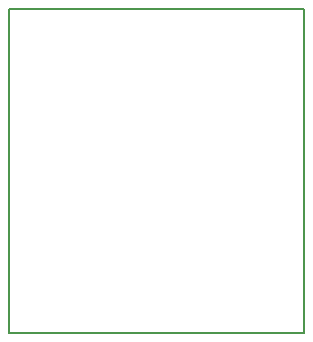
<source format=gbr>
%TF.GenerationSoftware,KiCad,Pcbnew,(7.0.0-0)*%
%TF.CreationDate,2023-11-06T21:22:23+01:00*%
%TF.ProjectId,HygroHiH50xx,48796772-6f48-4694-9835-3078782e6b69,1.1*%
%TF.SameCoordinates,Original*%
%TF.FileFunction,Profile,NP*%
%FSLAX46Y46*%
G04 Gerber Fmt 4.6, Leading zero omitted, Abs format (unit mm)*
G04 Created by KiCad (PCBNEW (7.0.0-0)) date 2023-11-06 21:22:23*
%MOMM*%
%LPD*%
G01*
G04 APERTURE LIST*
%TA.AperFunction,Profile*%
%ADD10C,0.200000*%
%TD*%
G04 APERTURE END LIST*
D10*
X53719500Y-20698000D02*
X78738500Y-20698000D01*
X78738500Y-20698000D02*
X78738500Y-48130000D01*
X78738500Y-48130000D02*
X53719500Y-48130000D01*
X53719500Y-48130000D02*
X53719500Y-20698000D01*
M02*

</source>
